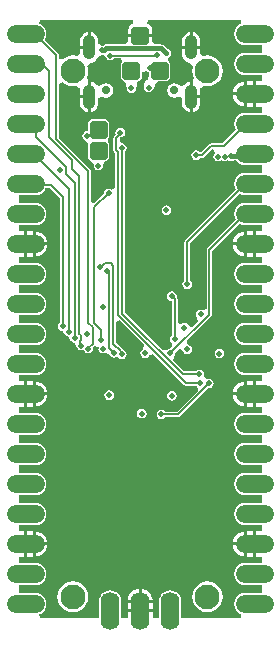
<source format=gbl>
G04*
G04 #@! TF.GenerationSoftware,Altium Limited,Altium Designer,20.2.6 (244)*
G04*
G04 Layer_Physical_Order=4*
G04 Layer_Color=16711680*
%FSLAX44Y44*%
%MOMM*%
G71*
G04*
G04 #@! TF.SameCoordinates,8B2779CE-768C-4C2E-8B4F-FC9E545F8715*
G04*
G04*
G04 #@! TF.FilePolarity,Positive*
G04*
G01*
G75*
%ADD11C,0.2000*%
%ADD25O,1.0500X2.1000*%
G04:AMPARAMS|DCode=83|XSize=3.2mm|YSize=1.6mm|CornerRadius=0.8mm|HoleSize=0mm|Usage=FLASHONLY|Rotation=270.000|XOffset=0mm|YOffset=0mm|HoleType=Round|Shape=RoundedRectangle|*
%AMROUNDEDRECTD83*
21,1,3.2000,0.0000,0,0,270.0*
21,1,1.6000,1.6000,0,0,270.0*
1,1,1.6000,0.0000,-0.8000*
1,1,1.6000,0.0000,0.8000*
1,1,1.6000,0.0000,0.8000*
1,1,1.6000,0.0000,-0.8000*
%
%ADD83ROUNDEDRECTD83*%
G04:AMPARAMS|DCode=84|XSize=3.2mm|YSize=1.6mm|CornerRadius=0.8mm|HoleSize=0mm|Usage=FLASHONLY|Rotation=180.000|XOffset=0mm|YOffset=0mm|HoleType=Round|Shape=RoundedRectangle|*
%AMROUNDEDRECTD84*
21,1,3.2000,0.0000,0,0,180.0*
21,1,1.6000,1.6000,0,0,180.0*
1,1,1.6000,-0.8000,0.0000*
1,1,1.6000,0.8000,0.0000*
1,1,1.6000,0.8000,0.0000*
1,1,1.6000,-0.8000,0.0000*
%
%ADD84ROUNDEDRECTD84*%
%ADD92C,0.4000*%
%ADD93C,1.6000*%
%ADD94C,0.7000*%
%ADD95C,2.1000*%
%ADD96C,0.5000*%
%ADD97C,0.4000*%
%ADD98C,0.6000*%
G04:AMPARAMS|DCode=99|XSize=1.524mm|YSize=1.524mm|CornerRadius=0.3048mm|HoleSize=0mm|Usage=FLASHONLY|Rotation=180.000|XOffset=0mm|YOffset=0mm|HoleType=Round|Shape=RoundedRectangle|*
%AMROUNDEDRECTD99*
21,1,1.5240,0.9144,0,0,180.0*
21,1,0.9144,1.5240,0,0,180.0*
1,1,0.6096,-0.4572,0.4572*
1,1,0.6096,0.4572,0.4572*
1,1,0.6096,0.4572,-0.4572*
1,1,0.6096,-0.4572,-0.4572*
%
%ADD99ROUNDEDRECTD99*%
G36*
X190686Y504961D02*
X189325Y504397D01*
X187389Y502911D01*
X185903Y500975D01*
X184969Y498720D01*
X184650Y496300D01*
X184969Y493880D01*
X185903Y491625D01*
X187389Y489689D01*
X189325Y488203D01*
X191580Y487269D01*
X194000Y486950D01*
X207961D01*
Y480250D01*
X194000D01*
X191580Y479931D01*
X189325Y478997D01*
X187389Y477511D01*
X185903Y475575D01*
X184969Y473320D01*
X184650Y470900D01*
X184969Y468480D01*
X185903Y466225D01*
X187389Y464289D01*
X189325Y462803D01*
X191580Y461869D01*
X194000Y461550D01*
X207961D01*
Y456131D01*
X203270D01*
Y445500D01*
Y434869D01*
X207961D01*
Y429450D01*
X194000D01*
X191580Y429131D01*
X189325Y428197D01*
X187389Y426711D01*
X185903Y424775D01*
X184969Y422520D01*
X184650Y420100D01*
X184969Y417680D01*
X185903Y415425D01*
X186132Y415126D01*
X174641Y403634D01*
X165100D01*
X164214Y403458D01*
X163463Y402957D01*
X158164Y397657D01*
X155284Y396584D01*
X153961Y397468D01*
X152400Y397778D01*
X150839Y397468D01*
X149516Y396584D01*
X148632Y395261D01*
X148322Y393700D01*
X148632Y392139D01*
X149516Y390816D01*
X150839Y389932D01*
X152400Y389622D01*
X153961Y389932D01*
X155284Y390816D01*
X155664Y391385D01*
X157480D01*
X158366Y391562D01*
X159117Y392063D01*
X165730Y398677D01*
X167331Y398480D01*
X168132Y395407D01*
X167248Y394084D01*
X166937Y392523D01*
X167248Y390963D01*
X168132Y389640D01*
X169455Y388755D01*
X171016Y388445D01*
X172576Y388755D01*
X173703Y389508D01*
X174969Y388662D01*
X176530Y388352D01*
X178091Y388662D01*
X179411Y389544D01*
X180308Y388945D01*
X181868Y388635D01*
X183429Y388945D01*
X184227Y389479D01*
X186322D01*
X187389Y388089D01*
X189325Y386603D01*
X191580Y385669D01*
X194000Y385350D01*
X207961D01*
Y378650D01*
X194000D01*
X191580Y378331D01*
X189325Y377397D01*
X187389Y375911D01*
X185903Y373975D01*
X184969Y371720D01*
X184650Y369300D01*
X184969Y366880D01*
X185903Y364625D01*
X185967Y364541D01*
X143143Y321717D01*
X142642Y320966D01*
X142465Y320080D01*
Y287744D01*
X141896Y287364D01*
X141012Y286041D01*
X140702Y284480D01*
X141012Y282919D01*
X141896Y281596D01*
X143219Y280712D01*
X144780Y280402D01*
X146341Y280712D01*
X147664Y281596D01*
X148548Y282919D01*
X148858Y284480D01*
X148548Y286041D01*
X147664Y287364D01*
X147094Y287744D01*
Y319121D01*
X189241Y361268D01*
X189325Y361203D01*
X191580Y360269D01*
X194000Y359950D01*
X207961D01*
Y353250D01*
X194000D01*
X191580Y352931D01*
X189325Y351997D01*
X187389Y350511D01*
X185903Y348575D01*
X184969Y346320D01*
X184650Y343900D01*
X184969Y341480D01*
X185903Y339225D01*
X185967Y339141D01*
X161892Y315066D01*
X161391Y314315D01*
X161215Y313429D01*
Y263880D01*
X161009Y263695D01*
X158215Y262551D01*
X157771Y262848D01*
X156210Y263158D01*
X154649Y262848D01*
X153326Y261964D01*
X152442Y260641D01*
X152132Y259080D01*
X152442Y257519D01*
X153326Y256196D01*
X153389Y256154D01*
X154030Y252841D01*
X153934Y252457D01*
X149280Y247803D01*
X146188Y248954D01*
X146125Y249270D01*
X145241Y250593D01*
X143918Y251477D01*
X142357Y251788D01*
X140796Y251477D01*
X139731Y250765D01*
X138480Y251062D01*
X136731Y251889D01*
Y271730D01*
X136555Y272615D01*
X136053Y273366D01*
X135771Y273648D01*
X135904Y274320D01*
X135594Y275881D01*
X134710Y277204D01*
X133387Y278088D01*
X131826Y278398D01*
X130265Y278088D01*
X128942Y277204D01*
X128058Y275881D01*
X127748Y274320D01*
X128058Y272759D01*
X128942Y271436D01*
X130265Y270552D01*
X131826Y270242D01*
X132102Y270015D01*
Y241096D01*
X131533Y240715D01*
X130649Y239392D01*
X130338Y237831D01*
X130649Y236271D01*
X131533Y234947D01*
X131615Y234892D01*
X132162Y231814D01*
X130576Y229903D01*
X130556Y229884D01*
X128995Y229574D01*
X127672Y228690D01*
X124167Y228397D01*
X91976Y260588D01*
Y396532D01*
X92546Y396912D01*
X93430Y398235D01*
X93740Y399796D01*
X93430Y401357D01*
X92546Y402680D01*
X91223Y403564D01*
X89662Y403874D01*
X88280Y405043D01*
X88147Y408640D01*
X88162Y408676D01*
X89699Y408982D01*
X91022Y409866D01*
X91906Y411189D01*
X92216Y412750D01*
X91906Y414311D01*
X91022Y415634D01*
X89699Y416518D01*
X88138Y416828D01*
X86577Y416518D01*
X85254Y415634D01*
X84370Y414311D01*
X84060Y412750D01*
X84328Y411401D01*
X83025Y410099D01*
X82524Y409348D01*
X82347Y408462D01*
Y397725D01*
X82524Y396839D01*
X83025Y396088D01*
X84045Y395068D01*
Y365595D01*
X81489Y364709D01*
X81046Y364627D01*
X79793Y365464D01*
X78232Y365774D01*
X76671Y365464D01*
X75348Y364580D01*
X74464Y363257D01*
X74154Y361696D01*
X74287Y361024D01*
X66274Y353012D01*
X63274Y354254D01*
Y380545D01*
X63098Y381430D01*
X62597Y382181D01*
X36314Y408463D01*
Y453946D01*
X37281Y454660D01*
X39314Y455278D01*
X41444Y453644D01*
X44606Y452335D01*
X48000Y451888D01*
X51394Y452335D01*
X51800Y452503D01*
X53607Y450989D01*
X54179Y450241D01*
X53943Y448450D01*
Y444470D01*
X60530D01*
Y457229D01*
X60513Y457246D01*
X59604Y459044D01*
X60665Y461606D01*
X61112Y465000D01*
X60665Y468394D01*
X60392Y469052D01*
X61060Y470400D01*
X62429Y471976D01*
X63834Y472160D01*
X65729Y472946D01*
X67356Y474194D01*
X68604Y475821D01*
X68921Y476585D01*
X70587Y477959D01*
X72498Y478347D01*
X72898Y478268D01*
X74759Y478128D01*
X75838Y476509D01*
X76722Y475186D01*
X78045Y474302D01*
X79606Y473992D01*
X81166Y474302D01*
X82490Y475186D01*
X82870Y475755D01*
X88935D01*
X89851Y472759D01*
X88897Y471331D01*
X88561Y469646D01*
Y460502D01*
X88897Y458817D01*
X89851Y457389D01*
X91279Y456435D01*
X92174Y455694D01*
X93262Y453885D01*
Y452895D01*
X93417Y452114D01*
X93772Y451258D01*
X93588Y450336D01*
X93899Y448776D01*
X94783Y447453D01*
X96106Y446568D01*
X97667Y446258D01*
X99228Y446568D01*
X100551Y447453D01*
X101435Y448776D01*
X101745Y450336D01*
X101622Y450956D01*
X101784Y451200D01*
X102163Y452114D01*
X102318Y452895D01*
Y453885D01*
X103602Y456227D01*
X103793Y456435D01*
X105221Y457389D01*
X106175Y458817D01*
X106511Y460502D01*
Y463997D01*
X106999Y464338D01*
X110224Y464851D01*
X111547Y463966D01*
X112437Y463789D01*
Y460756D01*
X111882Y458324D01*
X110461Y457131D01*
X110178Y456942D01*
X109478Y456242D01*
X109036Y455580D01*
X108657Y454665D01*
X108502Y453885D01*
Y452895D01*
X108548Y452660D01*
X108436Y452492D01*
X108126Y450931D01*
X108436Y449371D01*
X109320Y448048D01*
X110643Y447164D01*
X112204Y446853D01*
X113765Y447164D01*
X115088Y448048D01*
X115972Y449371D01*
X116110Y450066D01*
X116582Y450538D01*
X117024Y451200D01*
X117403Y452114D01*
X117558Y452895D01*
Y453885D01*
X117558Y453885D01*
X119190Y455849D01*
X119951Y456353D01*
X125984D01*
X127669Y456688D01*
X129097Y457643D01*
X130051Y459071D01*
X130387Y460756D01*
Y469900D01*
X130051Y471585D01*
X129097Y473013D01*
X129013Y473069D01*
X128864Y474049D01*
X129227Y476483D01*
X129884Y476922D01*
X130768Y478245D01*
X131078Y479806D01*
X130768Y481367D01*
X129884Y482690D01*
X128561Y483574D01*
X127795Y483726D01*
X124881Y486640D01*
X123800Y487362D01*
X122524Y487616D01*
X117747D01*
X115941Y489119D01*
X115548Y489608D01*
X115269Y490428D01*
Y493730D01*
X105000D01*
X94731D01*
Y490428D01*
X92160Y487975D01*
X76459D01*
X75183Y487721D01*
X74101Y486998D01*
X73423Y486320D01*
X72898Y486424D01*
X72657Y486376D01*
X69988Y488110D01*
X69657Y488599D01*
Y490250D01*
X69390Y492284D01*
X68604Y494179D01*
X67356Y495806D01*
X65729Y497054D01*
X63834Y497840D01*
X63070Y497940D01*
Y485000D01*
X61800D01*
Y483730D01*
X53943D01*
Y479750D01*
X51461Y477721D01*
X51188Y477692D01*
X48000Y478112D01*
X44606Y477665D01*
X41444Y476355D01*
X39314Y474721D01*
X37281Y475340D01*
X36314Y476054D01*
Y478300D01*
X36138Y479186D01*
X35636Y479937D01*
X24033Y491541D01*
X24097Y491625D01*
X25031Y493880D01*
X25350Y496300D01*
X25031Y498720D01*
X24097Y500975D01*
X22611Y502911D01*
X20675Y504397D01*
X19314Y504961D01*
X19911Y507961D01*
X98581D01*
X98877Y504961D01*
X98248Y504836D01*
X96399Y503601D01*
X95164Y501752D01*
X94731Y499572D01*
Y496270D01*
X105000D01*
X115269D01*
Y499572D01*
X114836Y501752D01*
X113601Y503601D01*
X111752Y504836D01*
X111123Y504961D01*
X111419Y507961D01*
X190089D01*
X190686Y504961D01*
D02*
G37*
G36*
X37208Y357547D02*
Y251993D01*
X36639Y251613D01*
X35755Y250290D01*
X35444Y248729D01*
X35755Y247168D01*
X36639Y245845D01*
X37962Y244961D01*
X39523Y244650D01*
X40936Y242439D01*
X41820Y241116D01*
X43143Y240232D01*
X44704Y239922D01*
X45968Y237439D01*
X46852Y236116D01*
X48175Y235232D01*
X48347Y235198D01*
X48850Y234862D01*
X49804Y234527D01*
X50947Y231868D01*
X51132Y230939D01*
X52016Y229616D01*
X53339Y228732D01*
X54900Y228422D01*
X57232Y228439D01*
X58116Y227116D01*
X59439Y226232D01*
X61000Y225922D01*
X62561Y226232D01*
X63884Y227116D01*
X64768Y228439D01*
X65078Y230000D01*
X64879Y231004D01*
X66327Y232452D01*
X69168Y231502D01*
X69792Y230937D01*
X69768Y230805D01*
X69582Y229870D01*
X69892Y228309D01*
X70776Y226986D01*
X72099Y226102D01*
X73660Y225792D01*
X75221Y226102D01*
X75857Y226527D01*
X76200Y226502D01*
X78276Y225731D01*
X78937Y225252D01*
X79036Y224753D01*
X79920Y223430D01*
X81243Y222546D01*
X82804Y222236D01*
X84365Y222546D01*
X85729Y223382D01*
X86778Y222160D01*
X88101Y221276D01*
X89662Y220966D01*
X91223Y221276D01*
X92546Y222160D01*
X93430Y223483D01*
X93740Y225044D01*
X93430Y226605D01*
X92546Y227928D01*
X91223Y228812D01*
X90588Y228938D01*
X90245Y229452D01*
X84595Y235102D01*
Y252556D01*
X87595Y253798D01*
X108366Y233027D01*
X107692Y229974D01*
X107458Y229693D01*
X106336Y228944D01*
X105452Y227621D01*
X105142Y226060D01*
X105452Y224499D01*
X106336Y223176D01*
X107659Y222292D01*
X109220Y221982D01*
X110781Y222292D01*
X112104Y223176D01*
X112853Y224298D01*
X113134Y224532D01*
X116187Y225206D01*
X142116Y199277D01*
X142867Y198776D01*
X143752Y198599D01*
X152692D01*
X153072Y198030D01*
X153135Y197988D01*
X153776Y194676D01*
X153680Y194291D01*
X135947Y176558D01*
X126200D01*
X125820Y177128D01*
X124497Y178012D01*
X122936Y178322D01*
X121375Y178012D01*
X120052Y177128D01*
X119168Y175805D01*
X118858Y174244D01*
X119168Y172683D01*
X120052Y171360D01*
X121375Y170476D01*
X122936Y170166D01*
X124497Y170476D01*
X125820Y171360D01*
X126200Y171929D01*
X136906D01*
X137792Y172106D01*
X138543Y172607D01*
X162396Y196461D01*
X163068Y196328D01*
X164629Y196638D01*
X165952Y197522D01*
X166836Y198845D01*
X167146Y200406D01*
X166836Y201967D01*
X165952Y203290D01*
X164629Y204174D01*
X163068Y204484D01*
X161507Y204174D01*
X160979Y204343D01*
X158959Y206719D01*
X159269Y208280D01*
X158959Y209841D01*
X158075Y211164D01*
X156752Y212048D01*
X155191Y212358D01*
X153630Y212048D01*
X152307Y211164D01*
X151927Y210595D01*
X141970D01*
X133147Y219417D01*
X133440Y222922D01*
X134324Y224245D01*
X134634Y225806D01*
X134501Y226478D01*
X137779Y229755D01*
X138452Y229680D01*
X140840Y228574D01*
X140980Y227870D01*
X141864Y226547D01*
X143187Y225663D01*
X144748Y225352D01*
X146308Y225663D01*
X147631Y226547D01*
X148516Y227870D01*
X148826Y229431D01*
X148516Y230991D01*
X147631Y232314D01*
X146308Y233198D01*
X145604Y233338D01*
X144498Y235726D01*
X144423Y236399D01*
X165166Y257142D01*
X165667Y257893D01*
X165844Y258779D01*
Y312470D01*
X189241Y335868D01*
X189325Y335803D01*
X191580Y334869D01*
X194000Y334550D01*
X207961D01*
Y329131D01*
X203270D01*
Y318500D01*
Y307869D01*
X207961D01*
Y302450D01*
X194000D01*
X191580Y302131D01*
X189325Y301197D01*
X187389Y299711D01*
X185903Y297775D01*
X184969Y295520D01*
X184650Y293100D01*
X184969Y290680D01*
X185903Y288425D01*
X187389Y286489D01*
X189325Y285003D01*
X191580Y284069D01*
X194000Y283750D01*
X207961D01*
Y277050D01*
X194000D01*
X191580Y276731D01*
X189325Y275797D01*
X187389Y274311D01*
X185903Y272375D01*
X184969Y270120D01*
X184650Y267700D01*
X184969Y265280D01*
X185903Y263025D01*
X187389Y261089D01*
X189325Y259603D01*
X191580Y258669D01*
X194000Y258350D01*
X207961D01*
Y251650D01*
X194000D01*
X191580Y251331D01*
X189325Y250397D01*
X187389Y248911D01*
X185903Y246975D01*
X184969Y244720D01*
X184650Y242300D01*
X184969Y239880D01*
X185903Y237625D01*
X187389Y235689D01*
X189325Y234203D01*
X191580Y233269D01*
X194000Y232950D01*
X207961D01*
Y226250D01*
X194000D01*
X191580Y225931D01*
X189325Y224997D01*
X187389Y223511D01*
X185903Y221575D01*
X184969Y219320D01*
X184650Y216900D01*
X184969Y214480D01*
X185903Y212225D01*
X187389Y210289D01*
X189325Y208803D01*
X191580Y207869D01*
X194000Y207550D01*
X207961D01*
Y202131D01*
X203270D01*
Y191500D01*
Y180869D01*
X207961D01*
Y175450D01*
X194000D01*
X191580Y175131D01*
X189325Y174197D01*
X187389Y172711D01*
X185903Y170775D01*
X184969Y168520D01*
X184650Y166100D01*
X184969Y163680D01*
X185903Y161425D01*
X187389Y159489D01*
X189325Y158003D01*
X191580Y157069D01*
X194000Y156750D01*
X207961D01*
Y150050D01*
X194000D01*
X191580Y149731D01*
X189325Y148797D01*
X187389Y147311D01*
X185903Y145375D01*
X184969Y143120D01*
X184650Y140700D01*
X184969Y138280D01*
X185903Y136025D01*
X187389Y134089D01*
X189325Y132603D01*
X191580Y131669D01*
X194000Y131350D01*
X207961D01*
Y124650D01*
X194000D01*
X191580Y124331D01*
X189325Y123397D01*
X187389Y121911D01*
X185903Y119975D01*
X184969Y117720D01*
X184650Y115300D01*
X184969Y112880D01*
X185903Y110625D01*
X187389Y108689D01*
X189325Y107203D01*
X191580Y106269D01*
X194000Y105950D01*
X207961D01*
Y99250D01*
X194000D01*
X191580Y98931D01*
X189325Y97997D01*
X187389Y96511D01*
X185903Y94575D01*
X184969Y92320D01*
X184650Y89900D01*
X184969Y87480D01*
X185903Y85225D01*
X187389Y83289D01*
X189325Y81803D01*
X191580Y80869D01*
X194000Y80550D01*
X207961D01*
Y75131D01*
X203270D01*
Y64500D01*
Y53869D01*
X207961D01*
Y48450D01*
X194000D01*
X191580Y48131D01*
X189325Y47197D01*
X187389Y45711D01*
X185903Y43775D01*
X184969Y41520D01*
X184650Y39100D01*
X184969Y36680D01*
X185903Y34425D01*
X187389Y32489D01*
X189325Y31003D01*
X191580Y30069D01*
X194000Y29750D01*
X207961D01*
Y23050D01*
X194000D01*
X191580Y22731D01*
X189325Y21797D01*
X187389Y20311D01*
X185903Y18375D01*
X184969Y16120D01*
X184650Y13700D01*
X184969Y11280D01*
X185903Y9025D01*
X187389Y7089D01*
X189325Y5603D01*
X190686Y5039D01*
X190089Y2039D01*
X139750D01*
Y16000D01*
X139431Y18420D01*
X138497Y20675D01*
X137011Y22611D01*
X135075Y24097D01*
X132820Y25031D01*
X130400Y25350D01*
X127980Y25031D01*
X125725Y24097D01*
X123789Y22611D01*
X122303Y20675D01*
X121369Y18420D01*
X121050Y16000D01*
Y2039D01*
X115631D01*
Y6730D01*
X105000D01*
X94369D01*
Y2039D01*
X88950D01*
Y16000D01*
X88631Y18420D01*
X87697Y20675D01*
X86211Y22611D01*
X84275Y24097D01*
X82020Y25031D01*
X79600Y25350D01*
X77180Y25031D01*
X74925Y24097D01*
X72989Y22611D01*
X71503Y20675D01*
X70569Y18420D01*
X70250Y16000D01*
Y2039D01*
X19911D01*
X19314Y5039D01*
X20675Y5603D01*
X22611Y7089D01*
X24097Y9025D01*
X25031Y11280D01*
X25350Y13700D01*
X25031Y16120D01*
X24097Y18375D01*
X22611Y20311D01*
X20675Y21797D01*
X18420Y22731D01*
X16000Y23050D01*
X2039D01*
Y29750D01*
X16000D01*
X18420Y30069D01*
X20675Y31003D01*
X22611Y32489D01*
X24097Y34425D01*
X25031Y36680D01*
X25350Y39100D01*
X25031Y41520D01*
X24097Y43775D01*
X22611Y45711D01*
X20675Y47197D01*
X18420Y48131D01*
X16000Y48450D01*
X2039D01*
Y53869D01*
X6730D01*
Y64500D01*
Y75131D01*
X2039D01*
Y80550D01*
X16000D01*
X18420Y80869D01*
X20675Y81803D01*
X22611Y83289D01*
X24097Y85225D01*
X25031Y87480D01*
X25350Y89900D01*
X25031Y92320D01*
X24097Y94575D01*
X22611Y96511D01*
X20675Y97997D01*
X18420Y98931D01*
X16000Y99250D01*
X2039D01*
Y105950D01*
X16000D01*
X18420Y106269D01*
X20675Y107203D01*
X22611Y108689D01*
X24097Y110625D01*
X25031Y112880D01*
X25350Y115300D01*
X25031Y117720D01*
X24097Y119975D01*
X22611Y121911D01*
X20675Y123397D01*
X18420Y124331D01*
X16000Y124650D01*
X2039D01*
Y131350D01*
X16000D01*
X18420Y131669D01*
X20675Y132603D01*
X22611Y134089D01*
X24097Y136025D01*
X25031Y138280D01*
X25350Y140700D01*
X25031Y143120D01*
X24097Y145375D01*
X22611Y147311D01*
X20675Y148797D01*
X18420Y149731D01*
X16000Y150050D01*
X2039D01*
Y156750D01*
X16000D01*
X18420Y157069D01*
X20675Y158003D01*
X22611Y159489D01*
X24097Y161425D01*
X25031Y163680D01*
X25350Y166100D01*
X25031Y168520D01*
X24097Y170775D01*
X22611Y172711D01*
X20675Y174197D01*
X18420Y175131D01*
X16000Y175450D01*
X2039D01*
Y180869D01*
X6730D01*
Y191500D01*
Y202131D01*
X2039D01*
Y207550D01*
X16000D01*
X18420Y207869D01*
X20675Y208803D01*
X22611Y210289D01*
X24097Y212225D01*
X25031Y214480D01*
X25350Y216900D01*
X25031Y219320D01*
X24097Y221575D01*
X22611Y223511D01*
X20675Y224997D01*
X18420Y225931D01*
X16000Y226250D01*
X2039D01*
Y232950D01*
X16000D01*
X18420Y233269D01*
X20675Y234203D01*
X22611Y235689D01*
X24097Y237625D01*
X25031Y239880D01*
X25350Y242300D01*
X25031Y244720D01*
X24097Y246975D01*
X22611Y248911D01*
X20675Y250397D01*
X18420Y251331D01*
X16000Y251650D01*
X2039D01*
Y258350D01*
X16000D01*
X18420Y258669D01*
X20675Y259603D01*
X22611Y261089D01*
X24097Y263025D01*
X25031Y265280D01*
X25350Y267700D01*
X25031Y270120D01*
X24097Y272375D01*
X22611Y274311D01*
X20675Y275797D01*
X18420Y276731D01*
X16000Y277050D01*
X2039D01*
Y283750D01*
X16000D01*
X18420Y284069D01*
X20675Y285003D01*
X22611Y286489D01*
X24097Y288425D01*
X25031Y290680D01*
X25350Y293100D01*
X25031Y295520D01*
X24097Y297775D01*
X22611Y299711D01*
X20675Y301197D01*
X18420Y302131D01*
X16000Y302450D01*
X2039D01*
Y307869D01*
X6730D01*
Y318500D01*
Y329131D01*
X2039D01*
Y334550D01*
X16000D01*
X18420Y334869D01*
X20675Y335803D01*
X22611Y337289D01*
X24097Y339225D01*
X25031Y341480D01*
X25350Y343900D01*
X25031Y346320D01*
X24097Y348575D01*
X22611Y350511D01*
X20675Y351997D01*
X18420Y352931D01*
X16000Y353250D01*
X2039D01*
Y359950D01*
X16000D01*
X18420Y360269D01*
X20675Y361203D01*
X22611Y362689D01*
X24097Y364625D01*
X24661Y365985D01*
X28769D01*
X37208Y357547D01*
D02*
G37*
%LPC*%
G36*
X149470Y497940D02*
Y486270D01*
X156057D01*
Y490250D01*
X155789Y492284D01*
X155005Y494179D01*
X153756Y495806D01*
X152129Y497054D01*
X150234Y497840D01*
X149470Y497940D01*
D02*
G37*
G36*
X146930D02*
X146166Y497840D01*
X144271Y497054D01*
X142644Y495806D01*
X141395Y494179D01*
X140611Y492284D01*
X140343Y490250D01*
Y486270D01*
X146930D01*
Y497940D01*
D02*
G37*
G36*
X60530D02*
X59766Y497840D01*
X57871Y497054D01*
X56244Y495806D01*
X54995Y494179D01*
X54211Y492284D01*
X53943Y490250D01*
Y486270D01*
X60530D01*
Y497940D01*
D02*
G37*
G36*
X146930Y456140D02*
X146166Y456040D01*
X144271Y455255D01*
X142644Y454006D01*
X141790Y452892D01*
X139723Y452566D01*
X138292Y452726D01*
X138226Y452826D01*
X136241Y454152D01*
X133900Y454618D01*
X131559Y454152D01*
X129574Y452826D01*
X128248Y450841D01*
X127782Y448500D01*
X128248Y446159D01*
X129574Y444174D01*
X131559Y442848D01*
X133900Y442383D01*
X136241Y442848D01*
X137343Y443584D01*
X140144Y442435D01*
X140343Y442255D01*
Y437950D01*
X140611Y435916D01*
X141395Y434021D01*
X142644Y432394D01*
X144271Y431146D01*
X146166Y430360D01*
X146930Y430260D01*
Y443200D01*
Y456140D01*
D02*
G37*
G36*
X156057Y483730D02*
X148200D01*
X140343D01*
Y479750D01*
X140611Y477716D01*
X141395Y475821D01*
X142644Y474194D01*
X144271Y472946D01*
X146166Y472160D01*
X147571Y471976D01*
X148940Y470400D01*
X149608Y469052D01*
X149335Y468394D01*
X148888Y465000D01*
X149335Y461606D01*
X150396Y459044D01*
X149487Y457246D01*
X149470Y457228D01*
Y444470D01*
X156057D01*
Y448450D01*
X155821Y450241D01*
X156393Y450989D01*
X158200Y452503D01*
X158607Y452335D01*
X162000Y451888D01*
X165394Y452335D01*
X168556Y453644D01*
X171272Y455728D01*
X173356Y458444D01*
X174666Y461606D01*
X175112Y465000D01*
X174666Y468394D01*
X173356Y471556D01*
X171272Y474272D01*
X168556Y476355D01*
X165394Y477665D01*
X162000Y478112D01*
X158812Y477692D01*
X158539Y477720D01*
X156057Y479750D01*
Y483730D01*
D02*
G37*
G36*
X200730Y456131D02*
X195650D01*
Y446770D01*
X200730D01*
Y456131D01*
D02*
G37*
G36*
X193110Y456014D02*
X191248Y455769D01*
X188685Y454707D01*
X186483Y453017D01*
X184793Y450816D01*
X183731Y448251D01*
X183536Y446770D01*
X193110D01*
Y456014D01*
D02*
G37*
G36*
X63070Y456140D02*
Y443200D01*
Y430260D01*
X63834Y430360D01*
X65729Y431146D01*
X67356Y432394D01*
X68604Y434021D01*
X69390Y435916D01*
X69657Y437950D01*
Y442255D01*
X69856Y442435D01*
X72657Y443584D01*
X73759Y442848D01*
X76100Y442383D01*
X78441Y442848D01*
X80426Y444174D01*
X81752Y446159D01*
X82218Y448500D01*
X81752Y450841D01*
X80426Y452826D01*
X78441Y454152D01*
X76100Y454618D01*
X73759Y454152D01*
X71774Y452826D01*
X71708Y452726D01*
X70277Y452566D01*
X68211Y452892D01*
X67356Y454006D01*
X65729Y455255D01*
X63834Y456040D01*
X63070Y456140D01*
D02*
G37*
G36*
X193110Y444230D02*
X183536D01*
X183731Y442748D01*
X184793Y440185D01*
X186483Y437983D01*
X188685Y436293D01*
X191248Y435231D01*
X193110Y434986D01*
Y444230D01*
D02*
G37*
G36*
X200730D02*
X195650D01*
Y434869D01*
X200730D01*
Y444230D01*
D02*
G37*
G36*
X60530Y441930D02*
X53943D01*
Y437950D01*
X54211Y435916D01*
X54995Y434021D01*
X56244Y432394D01*
X57871Y431146D01*
X59766Y430360D01*
X60530Y430260D01*
Y441930D01*
D02*
G37*
G36*
X156057D02*
X149470D01*
Y430260D01*
X150234Y430360D01*
X152129Y431146D01*
X153756Y432394D01*
X155005Y434021D01*
X155789Y435916D01*
X156057Y437950D01*
Y441930D01*
D02*
G37*
G36*
X74422Y424265D02*
X65278D01*
X63593Y423929D01*
X62165Y422975D01*
X61210Y421547D01*
X60875Y419862D01*
Y414797D01*
X60000Y414078D01*
X58439Y413768D01*
X57116Y412884D01*
X56232Y411561D01*
X55922Y410000D01*
X56232Y408439D01*
X57116Y407116D01*
X58439Y406232D01*
X59155Y406090D01*
X59900Y405248D01*
X60776Y403864D01*
X61073Y403076D01*
X60875Y402082D01*
Y392938D01*
X61210Y391253D01*
X62165Y389825D01*
X63593Y388871D01*
X63797Y388830D01*
X65479Y386857D01*
X65636Y385535D01*
X65509Y384896D01*
X65820Y383335D01*
X66704Y382012D01*
X68027Y381128D01*
X69588Y380817D01*
X71148Y381128D01*
X72471Y382012D01*
X73355Y383335D01*
X73666Y384896D01*
X73539Y385535D01*
X74026Y387191D01*
X75439Y388738D01*
X76107Y388871D01*
X77535Y389825D01*
X78489Y391253D01*
X78825Y392938D01*
Y402082D01*
X78489Y403767D01*
X77535Y405195D01*
Y407605D01*
X78489Y409033D01*
X78825Y410718D01*
Y419862D01*
X78489Y421547D01*
X77535Y422975D01*
X76107Y423929D01*
X74422Y424265D01*
D02*
G37*
G36*
X127224Y351149D02*
X125663Y350838D01*
X124340Y349954D01*
X123456Y348631D01*
X123146Y347070D01*
X123456Y345509D01*
X124340Y344186D01*
X125663Y343302D01*
X127224Y342992D01*
X128785Y343302D01*
X130108Y344186D01*
X130992Y345509D01*
X131302Y347070D01*
X130992Y348631D01*
X130108Y349954D01*
X128785Y350838D01*
X127224Y351149D01*
D02*
G37*
G36*
X16890Y329014D02*
Y319770D01*
X26464D01*
X26269Y321251D01*
X25207Y323815D01*
X23517Y326017D01*
X21316Y327707D01*
X18751Y328769D01*
X16890Y329014D01*
D02*
G37*
G36*
X14350Y329131D02*
X9270D01*
Y319770D01*
X14350D01*
Y329131D01*
D02*
G37*
G36*
X200730D02*
X195650D01*
Y319770D01*
X200730D01*
Y329131D01*
D02*
G37*
G36*
X193110Y329014D02*
X191248Y328769D01*
X188685Y327707D01*
X186483Y326017D01*
X184793Y323815D01*
X183731Y321251D01*
X183536Y319770D01*
X193110D01*
Y329014D01*
D02*
G37*
G36*
X26464Y317230D02*
X16890D01*
Y307986D01*
X18751Y308231D01*
X21316Y309293D01*
X23517Y310983D01*
X25207Y313185D01*
X26269Y315749D01*
X26464Y317230D01*
D02*
G37*
G36*
X193110D02*
X183536D01*
X183731Y315749D01*
X184793Y313185D01*
X186483Y310983D01*
X188685Y309293D01*
X191248Y308231D01*
X193110Y307986D01*
Y317230D01*
D02*
G37*
G36*
X200730D02*
X195650D01*
Y307869D01*
X200730D01*
Y317230D01*
D02*
G37*
G36*
X14350D02*
X9270D01*
Y307869D01*
X14350D01*
Y317230D01*
D02*
G37*
G36*
X172033Y229859D02*
X170472Y229549D01*
X169149Y228664D01*
X168265Y227341D01*
X167954Y225781D01*
X168265Y224220D01*
X169149Y222897D01*
X170472Y222013D01*
X172033Y221702D01*
X173593Y222013D01*
X174916Y222897D01*
X175801Y224220D01*
X176111Y225781D01*
X175801Y227341D01*
X174916Y228664D01*
X173593Y229549D01*
X172033Y229859D01*
D02*
G37*
G36*
X16890Y202014D02*
Y192770D01*
X26464D01*
X26269Y194251D01*
X25207Y196815D01*
X23517Y199017D01*
X21316Y200707D01*
X18751Y201769D01*
X16890Y202014D01*
D02*
G37*
G36*
X14350Y202131D02*
X9270D01*
Y192770D01*
X14350D01*
Y202131D01*
D02*
G37*
G36*
X200730D02*
X195650D01*
Y192770D01*
X200730D01*
Y202131D01*
D02*
G37*
G36*
X193110Y202014D02*
X191248Y201769D01*
X188685Y200707D01*
X186483Y199017D01*
X184793Y196815D01*
X183731Y194251D01*
X183536Y192770D01*
X193110D01*
Y202014D01*
D02*
G37*
G36*
X78740Y194578D02*
X77179Y194268D01*
X75856Y193384D01*
X74972Y192061D01*
X74662Y190500D01*
X74972Y188939D01*
X75856Y187616D01*
X77179Y186732D01*
X78740Y186422D01*
X80301Y186732D01*
X81624Y187616D01*
X82508Y188939D01*
X82818Y190500D01*
X82508Y192061D01*
X81624Y193384D01*
X80301Y194268D01*
X78740Y194578D01*
D02*
G37*
G36*
X131917Y194110D02*
X130356Y193800D01*
X129033Y192916D01*
X128149Y191593D01*
X127838Y190032D01*
X128149Y188471D01*
X129033Y187148D01*
X130356Y186264D01*
X131917Y185954D01*
X133477Y186264D01*
X134800Y187148D01*
X135684Y188471D01*
X135995Y190032D01*
X135684Y191593D01*
X134800Y192916D01*
X133477Y193800D01*
X131917Y194110D01*
D02*
G37*
G36*
X26464Y190230D02*
X16890D01*
Y180986D01*
X18751Y181231D01*
X21316Y182293D01*
X23517Y183983D01*
X25207Y186185D01*
X26269Y188748D01*
X26464Y190230D01*
D02*
G37*
G36*
X193110D02*
X183536D01*
X183731Y188748D01*
X184793Y186185D01*
X186483Y183983D01*
X188685Y182293D01*
X191248Y181231D01*
X193110Y180986D01*
Y190230D01*
D02*
G37*
G36*
X200730D02*
X195650D01*
Y180869D01*
X200730D01*
Y190230D01*
D02*
G37*
G36*
X14350D02*
X9270D01*
Y180869D01*
X14350D01*
Y190230D01*
D02*
G37*
G36*
X106481Y178921D02*
X104920Y178611D01*
X103597Y177726D01*
X102713Y176403D01*
X102402Y174843D01*
X102713Y173282D01*
X103597Y171959D01*
X104920Y171075D01*
X106481Y170764D01*
X108041Y171075D01*
X109364Y171959D01*
X110248Y173282D01*
X110559Y174843D01*
X110248Y176403D01*
X109364Y177726D01*
X108041Y178611D01*
X106481Y178921D01*
D02*
G37*
G36*
X16890Y75014D02*
Y65770D01*
X26464D01*
X26269Y67252D01*
X25207Y69816D01*
X23517Y72017D01*
X21316Y73707D01*
X18751Y74769D01*
X16890Y75014D01*
D02*
G37*
G36*
X14350Y75131D02*
X9270D01*
Y65770D01*
X14350D01*
Y75131D01*
D02*
G37*
G36*
X200730D02*
X195650D01*
Y65770D01*
X200730D01*
Y75131D01*
D02*
G37*
G36*
X193110Y75014D02*
X191248Y74769D01*
X188685Y73707D01*
X186483Y72017D01*
X184793Y69816D01*
X183731Y67252D01*
X183536Y65770D01*
X193110D01*
Y75014D01*
D02*
G37*
G36*
X26464Y63230D02*
X16890D01*
Y53986D01*
X18751Y54231D01*
X21316Y55293D01*
X23517Y56983D01*
X25207Y59184D01*
X26269Y61748D01*
X26464Y63230D01*
D02*
G37*
G36*
X193110D02*
X183536D01*
X183731Y61748D01*
X184793Y59184D01*
X186483Y56983D01*
X188685Y55293D01*
X191248Y54231D01*
X193110Y53986D01*
Y63230D01*
D02*
G37*
G36*
X200730D02*
X195650D01*
Y53869D01*
X200730D01*
Y63230D01*
D02*
G37*
G36*
X14350D02*
X9270D01*
Y53869D01*
X14350D01*
Y63230D01*
D02*
G37*
G36*
X106270Y26464D02*
Y16890D01*
X115514D01*
X115269Y18751D01*
X114207Y21316D01*
X112517Y23517D01*
X110316Y25207D01*
X107752Y26269D01*
X106270Y26464D01*
D02*
G37*
G36*
X103730D02*
X102248Y26269D01*
X99684Y25207D01*
X97483Y23517D01*
X95793Y21316D01*
X94731Y18751D01*
X94486Y16890D01*
X103730D01*
Y26464D01*
D02*
G37*
G36*
X115631Y14350D02*
X106270D01*
Y9270D01*
X115631D01*
Y14350D01*
D02*
G37*
G36*
X103730D02*
X94369D01*
Y9270D01*
X103730D01*
Y14350D01*
D02*
G37*
G36*
X162000Y33112D02*
X158607Y32665D01*
X155444Y31355D01*
X152729Y29272D01*
X150645Y26556D01*
X149335Y23394D01*
X148888Y20000D01*
X149335Y16606D01*
X150645Y13444D01*
X152729Y10728D01*
X155444Y8644D01*
X158607Y7335D01*
X162000Y6888D01*
X165394Y7335D01*
X168556Y8644D01*
X171272Y10728D01*
X173356Y13444D01*
X174666Y16606D01*
X175112Y20000D01*
X174666Y23394D01*
X173356Y26556D01*
X171272Y29272D01*
X168556Y31355D01*
X165394Y32665D01*
X162000Y33112D01*
D02*
G37*
G36*
X48000D02*
X44606Y32665D01*
X41444Y31355D01*
X38728Y29272D01*
X36644Y26556D01*
X35334Y23394D01*
X34888Y20000D01*
X35334Y16606D01*
X36644Y13444D01*
X38728Y10728D01*
X41444Y8644D01*
X44606Y7335D01*
X48000Y6888D01*
X51394Y7335D01*
X54556Y8644D01*
X57272Y10728D01*
X59355Y13444D01*
X60665Y16606D01*
X61112Y20000D01*
X60665Y23394D01*
X59355Y26556D01*
X57272Y29272D01*
X54556Y31355D01*
X51394Y32665D01*
X48000Y33112D01*
D02*
G37*
%LPD*%
D11*
X84662Y397725D02*
X86360Y396027D01*
X88138Y411938D02*
Y412750D01*
X84662Y397725D02*
Y408462D01*
X88138Y411938D01*
X86360Y258307D02*
Y396027D01*
X53340Y242467D02*
Y376092D01*
X47076Y382356D02*
X53340Y376092D01*
Y242467D02*
X54736Y241071D01*
Y236929D02*
Y241071D01*
X34000Y407505D02*
X60960Y380545D01*
Y251915D02*
X64690Y248186D01*
X60960Y251915D02*
Y380545D01*
X16000Y496300D02*
X34000Y478300D01*
Y407505D02*
Y478300D01*
X61000Y230398D02*
X64690Y234088D01*
X54492Y232908D02*
X54900Y232500D01*
X54492Y232908D02*
Y236686D01*
X54736Y236929D01*
X79606Y478070D02*
X119422D01*
X119634Y478282D01*
X71503Y299087D02*
X72169D01*
X75342Y302260D01*
X71786Y298704D02*
X72169Y299087D01*
X75342Y302260D02*
X80108D01*
X82236Y300132D01*
Y297099D02*
Y300132D01*
X71120Y298704D02*
X71786D01*
X71866Y237525D02*
Y245634D01*
X66120Y251380D02*
X71866Y245634D01*
X66120Y349584D02*
X78232Y361696D01*
X66120Y251380D02*
Y349584D01*
X44704Y242316D02*
Y365252D01*
X49736Y237000D02*
Y370568D01*
X9000Y368300D02*
X29728D01*
X39523Y358505D01*
Y248729D02*
Y358505D01*
X141011Y208280D02*
X155191D01*
X89662Y259629D02*
X141011Y208280D01*
X89662Y259629D02*
Y399796D01*
X143752Y200914D02*
X155956D01*
X86360Y258307D02*
X143752Y200914D01*
X163529Y313429D02*
X194000Y343900D01*
X163529Y258779D02*
Y313429D01*
X130556Y225806D02*
X163529Y258779D01*
X134417Y237831D02*
Y271730D01*
X131826Y274320D02*
X134417Y271730D01*
X78660Y230458D02*
Y293958D01*
X77216Y295402D02*
X78660Y293958D01*
Y230458D02*
X82804Y226314D01*
X42512Y377792D02*
Y383796D01*
Y377792D02*
X49736Y370568D01*
X47076Y382356D02*
Y389804D01*
X27940Y408940D02*
X47076Y389804D01*
X15256Y394700D02*
X44704Y365252D01*
X152400Y393700D02*
X157480D01*
X165100Y401320D02*
X175600D01*
X157480Y393700D02*
X165100Y401320D01*
X175600D02*
X194380Y420100D01*
X82236Y258160D02*
X82281Y258115D01*
Y234143D02*
Y258115D01*
Y234143D02*
X88608Y227816D01*
X82236Y258160D02*
Y297099D01*
X88691Y226556D02*
X89662Y225585D01*
X88608Y227227D02*
Y227816D01*
X88691Y226556D02*
Y227144D01*
X88608Y227227D02*
X88691Y227144D01*
X89662Y225044D02*
Y225585D01*
X17208Y409100D02*
X42512Y383796D01*
X8000Y496300D02*
X16000D01*
X24539Y468221D02*
X27940Y464820D01*
Y408940D02*
Y464820D01*
X10679Y468221D02*
X24539D01*
X64690Y234088D02*
Y248186D01*
X61000Y230000D02*
Y230398D01*
X17208Y409100D02*
Y413633D01*
X10740Y420100D02*
X17208Y413633D01*
X8000Y394700D02*
X15256D01*
X8000Y470900D02*
X10679Y468221D01*
X8000Y420100D02*
X10740D01*
X8000Y369300D02*
X9000Y368300D01*
X136906Y174244D02*
X163068Y200406D01*
X144780Y284480D02*
Y320080D01*
X194000Y369300D01*
X202000D01*
X200113Y392813D02*
X202000Y394700D01*
X194380Y420100D02*
X194380D01*
X66040Y393700D02*
X69850Y397510D01*
X64943Y410383D02*
X69850Y415290D01*
X60383Y410383D02*
X64943D01*
X60000Y410000D02*
X60383Y410383D01*
X194000Y343900D02*
X194380D01*
X122936Y174244D02*
X136906D01*
X71120Y298704D02*
X71503Y299087D01*
D25*
X61800Y485000D02*
D03*
X148200D02*
D03*
X61800Y443200D02*
D03*
X148200D02*
D03*
D83*
X130400Y8000D02*
D03*
X105000D02*
D03*
X79600D02*
D03*
D03*
D84*
X202000Y496300D02*
D03*
D03*
Y470900D02*
D03*
Y445500D02*
D03*
Y420100D02*
D03*
Y394700D02*
D03*
Y369300D02*
D03*
Y343900D02*
D03*
Y318500D02*
D03*
Y293100D02*
D03*
Y267700D02*
D03*
Y242300D02*
D03*
Y216900D02*
D03*
Y191500D02*
D03*
Y166100D02*
D03*
Y140700D02*
D03*
Y115300D02*
D03*
Y89900D02*
D03*
Y64500D02*
D03*
Y39100D02*
D03*
Y13700D02*
D03*
X8000D02*
D03*
Y39100D02*
D03*
Y64500D02*
D03*
Y89900D02*
D03*
Y115300D02*
D03*
Y140700D02*
D03*
Y166100D02*
D03*
Y191500D02*
D03*
Y216900D02*
D03*
Y242300D02*
D03*
Y267700D02*
D03*
Y293100D02*
D03*
Y318500D02*
D03*
Y343900D02*
D03*
Y369300D02*
D03*
Y394700D02*
D03*
Y420100D02*
D03*
Y445500D02*
D03*
Y470900D02*
D03*
Y496300D02*
D03*
D03*
D92*
X97811Y484110D02*
X116977D01*
X97281Y484641D02*
X97811Y484110D01*
X116977D02*
X117149Y484282D01*
X122524D02*
X127000Y479806D01*
X117149Y484282D02*
X122524D01*
X76459Y484641D02*
X97281D01*
X74164Y482346D02*
X76459Y484641D01*
X181868Y392813D02*
X200113D01*
X72898Y482346D02*
X74164D01*
D93*
X130400Y380D02*
D03*
X105000D02*
D03*
X79600D02*
D03*
X130400Y15620D02*
D03*
X105000D02*
D03*
X79600D02*
D03*
Y380D02*
D03*
Y15620D02*
D03*
X209620Y496300D02*
D03*
X194380D02*
D03*
X209620D02*
D03*
Y470900D02*
D03*
Y445500D02*
D03*
Y420100D02*
D03*
Y394700D02*
D03*
Y369300D02*
D03*
Y343900D02*
D03*
Y318500D02*
D03*
Y293100D02*
D03*
Y267700D02*
D03*
Y242300D02*
D03*
Y216900D02*
D03*
Y191500D02*
D03*
Y166100D02*
D03*
Y140700D02*
D03*
Y115300D02*
D03*
Y89900D02*
D03*
Y64500D02*
D03*
Y39100D02*
D03*
Y13700D02*
D03*
X194380Y496300D02*
D03*
Y470900D02*
D03*
Y445500D02*
D03*
Y420100D02*
D03*
Y394700D02*
D03*
Y369300D02*
D03*
Y343900D02*
D03*
Y318500D02*
D03*
Y293100D02*
D03*
Y267700D02*
D03*
Y242300D02*
D03*
Y216900D02*
D03*
Y191500D02*
D03*
Y166100D02*
D03*
Y140700D02*
D03*
Y115300D02*
D03*
Y89900D02*
D03*
Y64500D02*
D03*
Y39100D02*
D03*
Y13700D02*
D03*
X380D02*
D03*
Y39100D02*
D03*
Y64500D02*
D03*
Y89900D02*
D03*
Y115300D02*
D03*
Y140700D02*
D03*
Y166100D02*
D03*
Y191500D02*
D03*
Y216900D02*
D03*
Y242300D02*
D03*
Y267700D02*
D03*
Y293100D02*
D03*
Y318500D02*
D03*
Y343900D02*
D03*
Y369300D02*
D03*
Y394700D02*
D03*
Y420100D02*
D03*
Y445500D02*
D03*
Y470900D02*
D03*
Y496300D02*
D03*
X15620Y13700D02*
D03*
Y39100D02*
D03*
Y64500D02*
D03*
Y89900D02*
D03*
Y115300D02*
D03*
Y140700D02*
D03*
Y166100D02*
D03*
Y191500D02*
D03*
Y216900D02*
D03*
Y242300D02*
D03*
Y267700D02*
D03*
Y293100D02*
D03*
Y318500D02*
D03*
Y343900D02*
D03*
Y369300D02*
D03*
Y394700D02*
D03*
Y420100D02*
D03*
Y445500D02*
D03*
Y470900D02*
D03*
Y496300D02*
D03*
X380D02*
D03*
X15620D02*
D03*
D94*
X76100Y448500D02*
D03*
X133900D02*
D03*
D95*
X48000Y20000D02*
D03*
Y465000D02*
D03*
X162000D02*
D03*
Y20000D02*
D03*
D96*
X43180Y439420D02*
D03*
X46482Y443230D02*
D03*
X112204Y450931D02*
D03*
X97667Y450336D02*
D03*
X105259Y490882D02*
D03*
X86360Y495300D02*
D03*
X113108Y467734D02*
D03*
X97905Y467460D02*
D03*
X79606Y478070D02*
D03*
X37128Y381206D02*
D03*
X71866Y237525D02*
D03*
X44704Y244000D02*
D03*
X39523Y248729D02*
D03*
X145848Y268121D02*
D03*
X156734Y236996D02*
D03*
X155191Y208280D02*
D03*
X69588Y384896D02*
D03*
X66040Y393700D02*
D03*
X127224Y347070D02*
D03*
X167640Y327660D02*
D03*
X170180Y337820D02*
D03*
X167640Y332740D02*
D03*
X174950Y286710D02*
D03*
X168529Y257316D02*
D03*
X134417Y237831D02*
D03*
X142357Y247709D02*
D03*
X172033Y225781D02*
D03*
X163830Y189230D02*
D03*
X106481Y174843D02*
D03*
X82804Y226314D02*
D03*
X73660Y229870D02*
D03*
X54900Y232500D02*
D03*
X49736Y239000D02*
D03*
X61000Y230000D02*
D03*
X101600Y102841D02*
D03*
X171016Y392523D02*
D03*
X181868Y392713D02*
D03*
X175260Y431800D02*
D03*
X142240Y347980D02*
D03*
X144748Y229431D02*
D03*
X73660Y265430D02*
D03*
X163068Y200406D02*
D03*
X144780Y284480D02*
D03*
X152400Y393700D02*
D03*
X31750Y490220D02*
D03*
X110490Y140970D02*
D03*
X95250Y173990D02*
D03*
X123190Y328930D02*
D03*
X140970Y387350D02*
D03*
X99060Y261620D02*
D03*
X59690Y242570D02*
D03*
X49530Y195580D02*
D03*
X55880Y99060D02*
D03*
X45720Y415290D02*
D03*
X167640Y431800D02*
D03*
X118110Y495300D02*
D03*
X176530Y392430D02*
D03*
X109220Y226060D02*
D03*
X78740Y190500D02*
D03*
X131917Y190032D02*
D03*
X156210Y259080D02*
D03*
X60000Y410000D02*
D03*
X119634Y478282D02*
D03*
X127000Y479806D02*
D03*
X72898Y482346D02*
D03*
X131826Y274320D02*
D03*
X89662Y399796D02*
D03*
X78232Y361696D02*
D03*
X130556Y225806D02*
D03*
X122936Y174244D02*
D03*
X88138Y412750D02*
D03*
X77216Y295402D02*
D03*
X155956Y200914D02*
D03*
X89662Y225044D02*
D03*
X71120Y298704D02*
D03*
D97*
X39624Y437134D02*
D03*
D98*
X114935Y414031D02*
D03*
X118110Y421640D02*
D03*
X94200Y420489D02*
D03*
X97663Y411040D02*
D03*
Y400976D02*
D03*
Y390912D02*
D03*
Y380848D02*
D03*
Y370784D02*
D03*
Y360720D02*
D03*
Y350656D02*
D03*
Y340592D02*
D03*
Y330528D02*
D03*
Y320464D02*
D03*
Y310400D02*
D03*
Y300336D02*
D03*
Y290272D02*
D03*
Y280208D02*
D03*
X101566Y270931D02*
D03*
X107212Y262600D02*
D03*
X128062Y256745D02*
D03*
X126167Y266629D02*
D03*
X121420Y275503D02*
D03*
X114935Y283199D02*
D03*
Y293263D02*
D03*
Y303327D02*
D03*
Y313391D02*
D03*
Y323455D02*
D03*
Y333519D02*
D03*
Y343583D02*
D03*
Y353647D02*
D03*
Y363711D02*
D03*
Y373775D02*
D03*
Y383839D02*
D03*
Y393903D02*
D03*
Y403967D02*
D03*
D99*
X105000Y495000D02*
D03*
X69850Y415290D02*
D03*
X121412Y465328D02*
D03*
X97536Y465074D02*
D03*
X69850Y397510D02*
D03*
M02*

</source>
